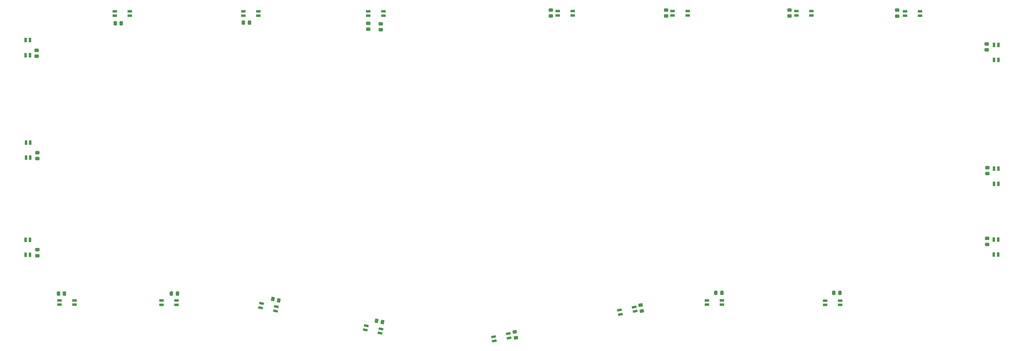
<source format=gtp>
%TF.GenerationSoftware,KiCad,Pcbnew,(5.99.0-11496-g396213fa30)*%
%TF.CreationDate,2021-07-23T07:47:41-04:00*%
%TF.ProjectId,arisutea-pcb,61726973-7574-4656-912d-7063622e6b69,0.4*%
%TF.SameCoordinates,Original*%
%TF.FileFunction,Paste,Top*%
%TF.FilePolarity,Positive*%
%FSLAX46Y46*%
G04 Gerber Fmt 4.6, Leading zero omitted, Abs format (unit mm)*
G04 Created by KiCad (PCBNEW (5.99.0-11496-g396213fa30)) date 2021-07-23 07:47:41*
%MOMM*%
%LPD*%
G01*
G04 APERTURE LIST*
G04 Aperture macros list*
%AMRoundRect*
0 Rectangle with rounded corners*
0 $1 Rounding radius*
0 $2 $3 $4 $5 $6 $7 $8 $9 X,Y pos of 4 corners*
0 Add a 4 corners polygon primitive as box body*
4,1,4,$2,$3,$4,$5,$6,$7,$8,$9,$2,$3,0*
0 Add four circle primitives for the rounded corners*
1,1,$1+$1,$2,$3*
1,1,$1+$1,$4,$5*
1,1,$1+$1,$6,$7*
1,1,$1+$1,$8,$9*
0 Add four rect primitives between the rounded corners*
20,1,$1+$1,$2,$3,$4,$5,0*
20,1,$1+$1,$4,$5,$6,$7,0*
20,1,$1+$1,$6,$7,$8,$9,0*
20,1,$1+$1,$8,$9,$2,$3,0*%
G04 Aperture macros list end*
%ADD10RoundRect,0.250000X0.337500X0.475000X-0.337500X0.475000X-0.337500X-0.475000X0.337500X-0.475000X0*%
%ADD11RoundRect,0.250000X0.475000X-0.337500X0.475000X0.337500X-0.475000X0.337500X-0.475000X-0.337500X0*%
%ADD12RoundRect,0.250000X0.428883X0.394450X-0.231367X0.534790X-0.428883X-0.394450X0.231367X-0.534790X0*%
%ADD13RoundRect,0.250000X-0.534790X0.231367X-0.394450X-0.428883X0.534790X-0.231367X0.394450X0.428883X0*%
%ADD14RoundRect,0.250000X-0.428883X-0.394450X0.231367X-0.534790X0.428883X0.394450X-0.231367X0.534790X0*%
%ADD15RoundRect,0.250000X-0.337500X-0.475000X0.337500X-0.475000X0.337500X0.475000X-0.337500X0.475000X0*%
%ADD16RoundRect,0.250000X-0.475000X0.337500X-0.475000X-0.337500X0.475000X-0.337500X0.475000X0.337500X0*%
%ADD17RoundRect,0.082000X0.328000X0.718000X-0.328000X0.718000X-0.328000X-0.718000X0.328000X-0.718000X0*%
%ADD18RoundRect,0.082000X-0.718000X0.328000X-0.718000X-0.328000X0.718000X-0.328000X0.718000X0.328000X0*%
%ADD19RoundRect,0.082000X-0.770505X0.171552X-0.634115X-0.470113X0.770505X-0.171552X0.634115X0.470113X0*%
%ADD20RoundRect,0.082000X0.718000X-0.328000X0.718000X0.328000X-0.718000X0.328000X-0.718000X-0.328000X0*%
%ADD21RoundRect,0.082000X-0.328000X-0.718000X0.328000X-0.718000X0.328000X0.718000X-0.328000X0.718000X0*%
%ADD22RoundRect,0.082000X-0.634115X0.470113X-0.770505X-0.171552X0.634115X-0.470113X0.770505X0.171552X0*%
G04 APERTURE END LIST*
D10*
X267161500Y-123447200D03*
X265086500Y-123447200D03*
X79637500Y-123700000D03*
X77562500Y-123700000D03*
D11*
X31165800Y-41829900D03*
X31165800Y-39754900D03*
D12*
X150265228Y-133540308D03*
X148235572Y-133108892D03*
D13*
X239184292Y-127685172D03*
X239615708Y-129714828D03*
D11*
X358521000Y-106752300D03*
X358521000Y-104677300D03*
D14*
X112485172Y-125584292D03*
X114514828Y-126015708D03*
D15*
X58195300Y-30454600D03*
X60270300Y-30454600D03*
D11*
X31400000Y-110637500D03*
X31400000Y-108562500D03*
D16*
X145364200Y-30458500D03*
X145364200Y-32533500D03*
D11*
X149656800Y-32685900D03*
X149656800Y-30610900D03*
X327558400Y-28012300D03*
X327558400Y-25937300D03*
D13*
X195784292Y-136885172D03*
X196215708Y-138914828D03*
D16*
X358600000Y-80242905D03*
X358600000Y-82317905D03*
D10*
X40712300Y-123700000D03*
X38637300Y-123700000D03*
D15*
X102340500Y-30200000D03*
X104415500Y-30200000D03*
D16*
X358368600Y-37570500D03*
X358368600Y-39645500D03*
D11*
X290500000Y-27937500D03*
X290500000Y-25862500D03*
X248000000Y-27935900D03*
X248000000Y-25860900D03*
X208300000Y-27937500D03*
X208300000Y-25862500D03*
D10*
X307818700Y-123469400D03*
X305743700Y-123469400D03*
D11*
X31400000Y-77137500D03*
X31400000Y-75062500D03*
D17*
X28829000Y-41462000D03*
X27329000Y-41462000D03*
X27329000Y-36262000D03*
X28829000Y-36262000D03*
D18*
X44214500Y-126034800D03*
X44214500Y-127534800D03*
X39014500Y-127534800D03*
X39014500Y-126034800D03*
D19*
X193584755Y-137514081D03*
X193896623Y-138981303D03*
X188810255Y-140062443D03*
X188498388Y-138595222D03*
D20*
X330232300Y-27838400D03*
X330232300Y-26338400D03*
X335432300Y-26338400D03*
X335432300Y-27838400D03*
X250200000Y-27762000D03*
X250200000Y-26262000D03*
X255400000Y-26262000D03*
X255400000Y-27762000D03*
D21*
X360857800Y-105019800D03*
X362357800Y-105019800D03*
X362357800Y-110219800D03*
X360857800Y-110219800D03*
D20*
X292800000Y-27762000D03*
X292800000Y-26262000D03*
X298000000Y-26262000D03*
X298000000Y-27762000D03*
D22*
X149742212Y-135863022D03*
X149430345Y-137330243D03*
X144343977Y-136249103D03*
X144655845Y-134781881D03*
D18*
X307933400Y-126111000D03*
X307933400Y-127611000D03*
X302733400Y-127611000D03*
X302733400Y-126111000D03*
D20*
X145371100Y-27838400D03*
X145371100Y-26338400D03*
X150571100Y-26338400D03*
X150571100Y-27838400D03*
D19*
X236984755Y-128314081D03*
X237296623Y-129781303D03*
X232210255Y-130862443D03*
X231898388Y-129395222D03*
D20*
X58045900Y-27838400D03*
X58045900Y-26338400D03*
X63245900Y-26338400D03*
X63245900Y-27838400D03*
D17*
X28962000Y-76800000D03*
X27462000Y-76800000D03*
X27462000Y-71600000D03*
X28962000Y-71600000D03*
D21*
X360908600Y-37887600D03*
X362408600Y-37887600D03*
X362408600Y-43087600D03*
X360908600Y-43087600D03*
D17*
X28829000Y-110317500D03*
X27329000Y-110317500D03*
X27329000Y-105117500D03*
X28829000Y-105117500D03*
D20*
X210600000Y-27762000D03*
X210600000Y-26262000D03*
X215800000Y-26262000D03*
X215800000Y-27762000D03*
D18*
X267200000Y-126038000D03*
X267200000Y-127538000D03*
X262000000Y-127538000D03*
X262000000Y-126038000D03*
D20*
X102302000Y-27838400D03*
X102302000Y-26338400D03*
X107502000Y-26338400D03*
X107502000Y-27838400D03*
D18*
X79312500Y-126050000D03*
X79312500Y-127550000D03*
X74112500Y-127550000D03*
X74112500Y-126050000D03*
D22*
X113701612Y-128195222D03*
X113389745Y-129662443D03*
X108303377Y-128581303D03*
X108615245Y-127114081D03*
D21*
X360938000Y-80600000D03*
X362438000Y-80600000D03*
X362438000Y-85800000D03*
X360938000Y-85800000D03*
M02*

</source>
